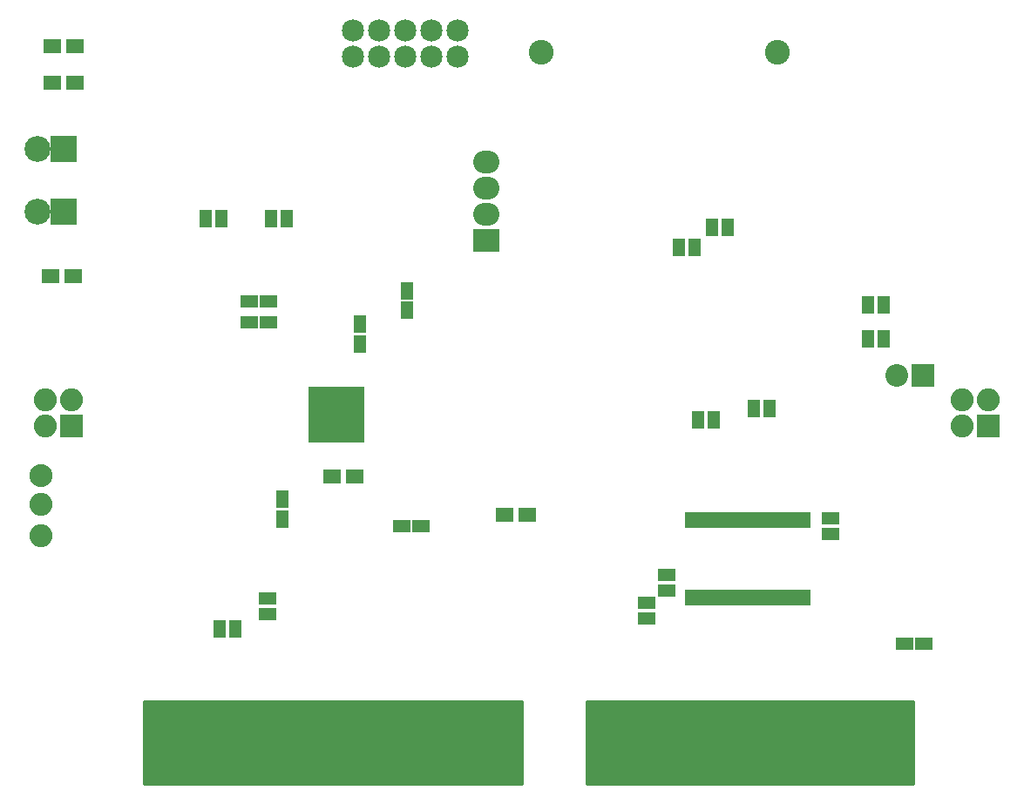
<source format=gbs>
G04 #@! TF.FileFunction,Soldermask,Bot*
%FSLAX46Y46*%
G04 Gerber Fmt 4.6, Leading zero omitted, Abs format (unit mm)*
G04 Created by KiCad (PCBNEW 4.0.3-stable) date 08/31/18 19:04:58*
%MOMM*%
%LPD*%
G01*
G04 APERTURE LIST*
%ADD10C,0.152400*%
%ADD11R,1.708000X1.408000*%
%ADD12R,1.258000X1.708000*%
%ADD13R,1.708000X1.258000*%
%ADD14C,2.159000*%
%ADD15C,2.407920*%
%ADD16R,2.540000X2.235200*%
%ADD17O,2.540000X2.235200*%
%ADD18R,2.508000X2.508000*%
%ADD19C,2.508000*%
%ADD20R,2.235200X2.235200*%
%ADD21O,2.235200X2.235200*%
%ADD22R,5.508000X5.508000*%
%ADD23R,0.793000X1.508000*%
%ADD24R,1.143000X1.651000*%
%ADD25R,2.208000X2.208000*%
%ADD26O,2.208000X2.208000*%
%ADD27C,2.235200*%
%ADD28R,1.651000X1.143000*%
%ADD29C,0.254000*%
G04 APERTURE END LIST*
D10*
D11*
X75050000Y-132000000D03*
X77250000Y-132000000D03*
D12*
X53425000Y-130550000D03*
X53425000Y-132450000D03*
D13*
X113875000Y-144600000D03*
X115775000Y-144600000D03*
X65000000Y-133100000D03*
X66900000Y-133100000D03*
D12*
X65500000Y-110250000D03*
X65500000Y-112150000D03*
X60950000Y-113525000D03*
X60950000Y-115425000D03*
D13*
X50200000Y-111300000D03*
X52100000Y-111300000D03*
X50200000Y-113350000D03*
X52100000Y-113350000D03*
D11*
X60475000Y-128275000D03*
X58275000Y-128275000D03*
D14*
X60270000Y-87470000D03*
X60270000Y-84930000D03*
X62810000Y-87470000D03*
X62810000Y-84930000D03*
X65350000Y-87470000D03*
X65350000Y-84930000D03*
X67890000Y-87470000D03*
X67890000Y-84930000D03*
X70430000Y-87470000D03*
X70430000Y-84930000D03*
D15*
X78598880Y-87100980D03*
X101499520Y-87100980D03*
D16*
X73200000Y-105400000D03*
D17*
X73200000Y-102860000D03*
X73200000Y-100320000D03*
X73200000Y-97780000D03*
D18*
X32150000Y-96500000D03*
D19*
X29610000Y-96500000D03*
D11*
X33250000Y-86500000D03*
X31050000Y-86500000D03*
D18*
X32150000Y-102550000D03*
D19*
X29610000Y-102550000D03*
D11*
X33250000Y-90000000D03*
X31050000Y-90000000D03*
D20*
X121975000Y-123425000D03*
D21*
X119435000Y-123425000D03*
X121975000Y-120885000D03*
X119435000Y-120885000D03*
D11*
X30900000Y-108875000D03*
X33100000Y-108875000D03*
D20*
X32950000Y-123375000D03*
D21*
X30410000Y-123375000D03*
X32950000Y-120835000D03*
X30410000Y-120835000D03*
D22*
X58700000Y-122300000D03*
D23*
X104350000Y-140050000D03*
X103850000Y-140050000D03*
X103350000Y-140050000D03*
X102850000Y-140050000D03*
X102350000Y-140050000D03*
X101850000Y-140050000D03*
X101350000Y-140050000D03*
X100850000Y-140050000D03*
X100350000Y-140050000D03*
X99850000Y-140050000D03*
X99350000Y-140050000D03*
X98850000Y-140050000D03*
X98350000Y-140050000D03*
X97850000Y-140050000D03*
X97350000Y-140050000D03*
X96850000Y-140050000D03*
X96350000Y-140050000D03*
X95850000Y-140050000D03*
X95350000Y-140050000D03*
X94850000Y-140050000D03*
X94350000Y-140050000D03*
X93850000Y-140050000D03*
X93350000Y-140050000D03*
X92850000Y-140050000D03*
X92850000Y-132550000D03*
X93350000Y-132550000D03*
X93850000Y-132550000D03*
X94350000Y-132550000D03*
X94850000Y-132550000D03*
X95350000Y-132550000D03*
X95850000Y-132550000D03*
X96350000Y-132550000D03*
X96850000Y-132550000D03*
X97350000Y-132550000D03*
X97850000Y-132550000D03*
X98350000Y-132550000D03*
X98850000Y-132550000D03*
X99350000Y-132550000D03*
X99850000Y-132550000D03*
X100350000Y-132550000D03*
X100850000Y-132550000D03*
X101350000Y-132550000D03*
X101850000Y-132550000D03*
X102350000Y-132550000D03*
X102850000Y-132550000D03*
X103350000Y-132550000D03*
X103850000Y-132550000D03*
X104350000Y-132550000D03*
D24*
X110288000Y-111650000D03*
X111812000Y-111650000D03*
X110288000Y-114950000D03*
X111812000Y-114950000D03*
D25*
X115675000Y-118500000D03*
D26*
X113135000Y-118500000D03*
D27*
X29925000Y-128200000D03*
D21*
X29925000Y-131050000D03*
X29925000Y-134050000D03*
D28*
X90750000Y-137863000D03*
X90750000Y-139387000D03*
X106700000Y-133912000D03*
X106700000Y-132388000D03*
D24*
X93763000Y-122800000D03*
X95287000Y-122800000D03*
D28*
X88800000Y-140613000D03*
X88800000Y-142137000D03*
D24*
X99238000Y-121725000D03*
X100762000Y-121725000D03*
X47288000Y-143150000D03*
X48812000Y-143150000D03*
D28*
X51950000Y-140138000D03*
X51950000Y-141662000D03*
D24*
X95138000Y-104100000D03*
X96662000Y-104100000D03*
X91913000Y-106075000D03*
X93437000Y-106075000D03*
X52313000Y-103250000D03*
X53837000Y-103250000D03*
X47487000Y-103250000D03*
X45963000Y-103250000D03*
D29*
G36*
X114731800Y-158153100D02*
X82984340Y-158153100D01*
X82984340Y-150157180D01*
X114731800Y-150157180D01*
X114731800Y-158153100D01*
X114731800Y-158153100D01*
G37*
X114731800Y-158153100D02*
X82984340Y-158153100D01*
X82984340Y-150157180D01*
X114731800Y-150157180D01*
X114731800Y-158153100D01*
G36*
X76730860Y-158153100D02*
X39984680Y-158153100D01*
X39984680Y-150157180D01*
X76730860Y-150157180D01*
X76730860Y-158153100D01*
X76730860Y-158153100D01*
G37*
X76730860Y-158153100D02*
X39984680Y-158153100D01*
X39984680Y-150157180D01*
X76730860Y-150157180D01*
X76730860Y-158153100D01*
M02*

</source>
